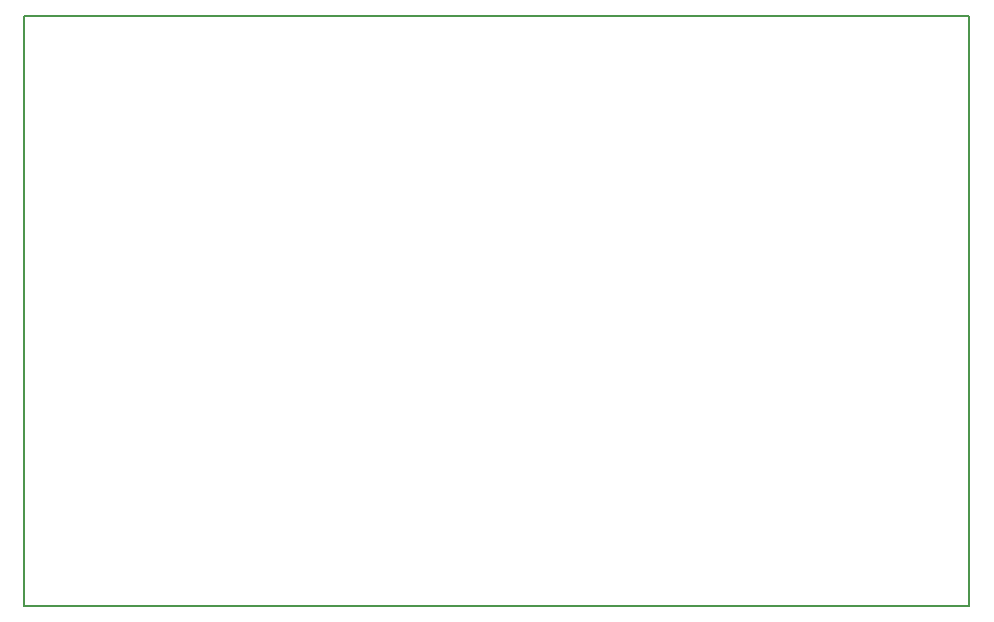
<source format=gbr>
G04 DipTrace 3.3.1.0*
G04 BoardOutline.gbr*
%MOIN*%
G04 #@! TF.FileFunction,Profile*
G04 #@! TF.Part,Single*
%ADD11C,0.005512*%
%FSLAX26Y26*%
G04*
G70*
G90*
G75*
G01*
G04 BoardOutline*
%LPD*%
X393701Y393701D2*
D11*
X3543307D1*
Y2362205D1*
X393701D1*
Y393701D1*
M02*

</source>
